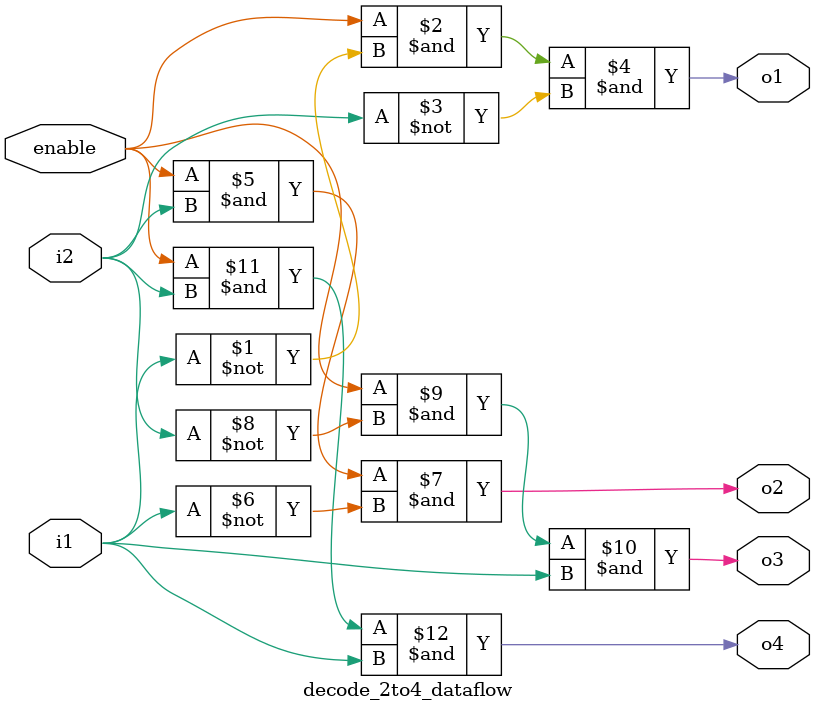
<source format=v>
`timescale 1ns / 1ps
module decode_2to4_dataflow(enable,i1,i2,o1,o2,o3,o4);
 input enable, i1, i2;
 output o1, o2, o3, o4;

 assign o1 =(enable & ~i1 & ~i2);
 assign o2 =(enable & i2 & ~i1);
 assign o3 =(enable & ~i2 & i1);
 assign o4 =(enable & i2 & i1);

endmodule

</source>
